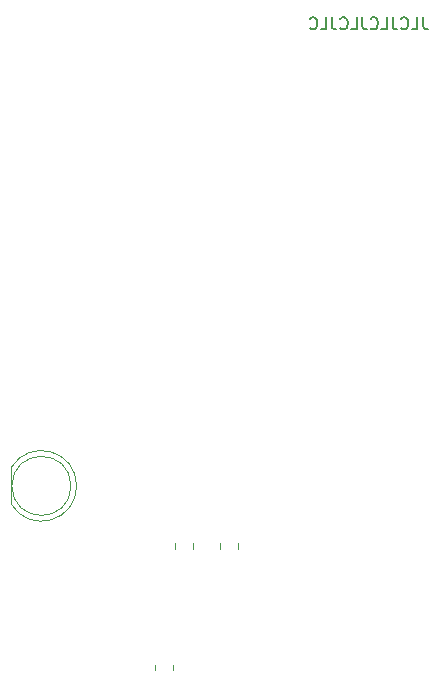
<source format=gbr>
%TF.GenerationSoftware,KiCad,Pcbnew,(6.0.0)*%
%TF.CreationDate,2022-10-14T23:46:23+01:00*%
%TF.ProjectId,MIDIPresetController,4d494449-5072-4657-9365-74436f6e7472,rev?*%
%TF.SameCoordinates,Original*%
%TF.FileFunction,Legend,Bot*%
%TF.FilePolarity,Positive*%
%FSLAX46Y46*%
G04 Gerber Fmt 4.6, Leading zero omitted, Abs format (unit mm)*
G04 Created by KiCad (PCBNEW (6.0.0)) date 2022-10-14 23:46:23*
%MOMM*%
%LPD*%
G01*
G04 APERTURE LIST*
%ADD10C,0.150000*%
%ADD11C,0.120000*%
G04 APERTURE END LIST*
D10*
X158035047Y-62952380D02*
X158035047Y-63666666D01*
X158082666Y-63809523D01*
X158177904Y-63904761D01*
X158320761Y-63952380D01*
X158416000Y-63952380D01*
X157082666Y-63952380D02*
X157558857Y-63952380D01*
X157558857Y-62952380D01*
X156177904Y-63857142D02*
X156225523Y-63904761D01*
X156368380Y-63952380D01*
X156463619Y-63952380D01*
X156606476Y-63904761D01*
X156701714Y-63809523D01*
X156749333Y-63714285D01*
X156796952Y-63523809D01*
X156796952Y-63380952D01*
X156749333Y-63190476D01*
X156701714Y-63095238D01*
X156606476Y-63000000D01*
X156463619Y-62952380D01*
X156368380Y-62952380D01*
X156225523Y-63000000D01*
X156177904Y-63047619D01*
X155463619Y-62952380D02*
X155463619Y-63666666D01*
X155511238Y-63809523D01*
X155606476Y-63904761D01*
X155749333Y-63952380D01*
X155844571Y-63952380D01*
X154511238Y-63952380D02*
X154987428Y-63952380D01*
X154987428Y-62952380D01*
X153606476Y-63857142D02*
X153654095Y-63904761D01*
X153796952Y-63952380D01*
X153892190Y-63952380D01*
X154035047Y-63904761D01*
X154130285Y-63809523D01*
X154177904Y-63714285D01*
X154225523Y-63523809D01*
X154225523Y-63380952D01*
X154177904Y-63190476D01*
X154130285Y-63095238D01*
X154035047Y-63000000D01*
X153892190Y-62952380D01*
X153796952Y-62952380D01*
X153654095Y-63000000D01*
X153606476Y-63047619D01*
X152892190Y-62952380D02*
X152892190Y-63666666D01*
X152939809Y-63809523D01*
X153035047Y-63904761D01*
X153177904Y-63952380D01*
X153273142Y-63952380D01*
X151939809Y-63952380D02*
X152416000Y-63952380D01*
X152416000Y-62952380D01*
X151035047Y-63857142D02*
X151082666Y-63904761D01*
X151225523Y-63952380D01*
X151320761Y-63952380D01*
X151463619Y-63904761D01*
X151558857Y-63809523D01*
X151606476Y-63714285D01*
X151654095Y-63523809D01*
X151654095Y-63380952D01*
X151606476Y-63190476D01*
X151558857Y-63095238D01*
X151463619Y-63000000D01*
X151320761Y-62952380D01*
X151225523Y-62952380D01*
X151082666Y-63000000D01*
X151035047Y-63047619D01*
X150320761Y-62952380D02*
X150320761Y-63666666D01*
X150368380Y-63809523D01*
X150463619Y-63904761D01*
X150606476Y-63952380D01*
X150701714Y-63952380D01*
X149368380Y-63952380D02*
X149844571Y-63952380D01*
X149844571Y-62952380D01*
X148463619Y-63857142D02*
X148511238Y-63904761D01*
X148654095Y-63952380D01*
X148749333Y-63952380D01*
X148892190Y-63904761D01*
X148987428Y-63809523D01*
X149035047Y-63714285D01*
X149082666Y-63523809D01*
X149082666Y-63380952D01*
X149035047Y-63190476D01*
X148987428Y-63095238D01*
X148892190Y-63000000D01*
X148749333Y-62952380D01*
X148654095Y-62952380D01*
X148511238Y-63000000D01*
X148463619Y-63047619D01*
D11*
%TO.C,D1*%
X123165000Y-104160830D02*
G75*
G03*
X128715000Y-102615538I2560000J1544830D01*
G01*
X128715000Y-102616462D02*
G75*
G03*
X123165000Y-101071170I-2990000J462D01*
G01*
X128225000Y-102616000D02*
G75*
G03*
X128225000Y-102616000I-2500000J0D01*
G01*
X123165000Y-104161000D02*
X123165000Y-101071000D01*
%TO.C,R2*%
X135383600Y-117746536D02*
X135383600Y-118200664D01*
X136853600Y-117746536D02*
X136853600Y-118200664D01*
%TO.C,C3*%
X140870000Y-107957252D02*
X140870000Y-107434748D01*
X142340000Y-107957252D02*
X142340000Y-107434748D01*
%TO.C,C2*%
X138530000Y-107957252D02*
X138530000Y-107434748D01*
X137060000Y-107957252D02*
X137060000Y-107434748D01*
%TD*%
M02*

</source>
